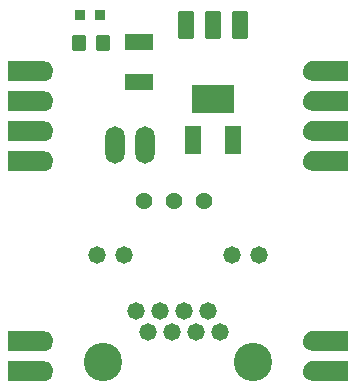
<source format=gbr>
%TF.GenerationSoftware,KiCad,Pcbnew,7.0.1*%
%TF.CreationDate,2023-03-30T17:35:48+09:00*%
%TF.ProjectId,CANFD_module,43414e46-445f-46d6-9f64-756c652e6b69,rev?*%
%TF.SameCoordinates,Original*%
%TF.FileFunction,Soldermask,Top*%
%TF.FilePolarity,Negative*%
%FSLAX46Y46*%
G04 Gerber Fmt 4.6, Leading zero omitted, Abs format (unit mm)*
G04 Created by KiCad (PCBNEW 7.0.1) date 2023-03-30 17:35:48*
%MOMM*%
%LPD*%
G01*
G04 APERTURE LIST*
G04 Aperture macros list*
%AMRoundRect*
0 Rectangle with rounded corners*
0 $1 Rounding radius*
0 $2 $3 $4 $5 $6 $7 $8 $9 X,Y pos of 4 corners*
0 Add a 4 corners polygon primitive as box body*
4,1,4,$2,$3,$4,$5,$6,$7,$8,$9,$2,$3,0*
0 Add four circle primitives for the rounded corners*
1,1,$1+$1,$2,$3*
1,1,$1+$1,$4,$5*
1,1,$1+$1,$6,$7*
1,1,$1+$1,$8,$9*
0 Add four rect primitives between the rounded corners*
20,1,$1+$1,$2,$3,$4,$5,0*
20,1,$1+$1,$4,$5,$6,$7,0*
20,1,$1+$1,$6,$7,$8,$9,0*
20,1,$1+$1,$8,$9,$2,$3,0*%
G04 Aperture macros list end*
%ADD10C,1.627000*%
%ADD11RoundRect,0.063500X-0.600000X-1.150000X0.600000X-1.150000X0.600000X1.150000X-0.600000X1.150000X0*%
%ADD12RoundRect,0.063500X0.600000X1.100000X-0.600000X1.100000X-0.600000X-1.100000X0.600000X-1.100000X0*%
%ADD13RoundRect,0.063500X1.750000X1.100000X-1.750000X1.100000X-1.750000X-1.100000X1.750000X-1.100000X0*%
%ADD14RoundRect,0.063500X-0.500000X-0.600000X0.500000X-0.600000X0.500000X0.600000X-0.500000X0.600000X0*%
%ADD15C,1.427000*%
%ADD16C,3.250000*%
%ADD17C,1.477000*%
%ADD18RoundRect,0.063500X0.400000X-0.400000X0.400000X0.400000X-0.400000X0.400000X-0.400000X-0.400000X0*%
%ADD19RoundRect,0.063500X-1.150000X0.600000X-1.150000X-0.600000X1.150000X-0.600000X1.150000X0.600000X0*%
%ADD20O,1.651000X3.175000*%
G04 APERTURE END LIST*
%TO.C,JP5*%
G36*
X137442856Y-118613318D02*
G01*
X137609734Y-118718175D01*
X137746525Y-118854966D01*
X137849449Y-119018767D01*
X137913342Y-119201363D01*
X137935409Y-119397211D01*
X137851382Y-119765356D01*
X137746525Y-119932234D01*
X137609734Y-120069025D01*
X137445933Y-120171949D01*
X137263337Y-120235842D01*
X137074666Y-120257100D01*
X134127600Y-120257100D01*
X134127600Y-118530100D01*
X137078255Y-118530100D01*
X137442856Y-118613318D01*
G37*
G36*
X137442856Y-116073318D02*
G01*
X137609734Y-116178175D01*
X137746525Y-116314966D01*
X137849449Y-116478767D01*
X137913342Y-116661363D01*
X137935409Y-116857211D01*
X137851382Y-117225356D01*
X137746525Y-117392234D01*
X137609734Y-117529025D01*
X137445933Y-117631949D01*
X137263337Y-117695842D01*
X137074666Y-117717100D01*
X134127600Y-117717100D01*
X134127600Y-115990100D01*
X137078255Y-115990100D01*
X137442856Y-116073318D01*
G37*
%TO.C,JP2*%
G36*
X162874600Y-94857100D02*
G01*
X159923945Y-94857100D01*
X159559344Y-94773882D01*
X159392466Y-94669025D01*
X159255675Y-94532234D01*
X159152751Y-94368433D01*
X159088858Y-94185837D01*
X159066791Y-93989989D01*
X159150818Y-93621844D01*
X159255675Y-93454966D01*
X159392466Y-93318175D01*
X159556267Y-93215251D01*
X159738863Y-93151358D01*
X159927534Y-93130100D01*
X162874600Y-93130100D01*
X162874600Y-94857100D01*
G37*
G36*
X162874600Y-97397100D02*
G01*
X159923945Y-97397100D01*
X159559344Y-97313882D01*
X159392466Y-97209025D01*
X159255675Y-97072234D01*
X159152751Y-96908433D01*
X159088858Y-96725837D01*
X159066791Y-96529989D01*
X159150818Y-96161844D01*
X159255675Y-95994966D01*
X159392466Y-95858175D01*
X159556267Y-95755251D01*
X159738863Y-95691358D01*
X159927534Y-95670100D01*
X162874600Y-95670100D01*
X162874600Y-97397100D01*
G37*
G36*
X162874600Y-99937100D02*
G01*
X159923945Y-99937100D01*
X159559344Y-99853882D01*
X159392466Y-99749025D01*
X159255675Y-99612234D01*
X159152751Y-99448433D01*
X159088858Y-99265837D01*
X159066791Y-99069989D01*
X159150818Y-98701844D01*
X159255675Y-98534966D01*
X159392466Y-98398175D01*
X159556267Y-98295251D01*
X159738863Y-98231358D01*
X159927534Y-98210100D01*
X162874600Y-98210100D01*
X162874600Y-99937100D01*
G37*
G36*
X162874600Y-102477100D02*
G01*
X159923945Y-102477100D01*
X159559344Y-102393882D01*
X159392466Y-102289025D01*
X159255675Y-102152234D01*
X159152751Y-101988433D01*
X159088858Y-101805837D01*
X159066791Y-101609989D01*
X159150818Y-101241844D01*
X159255675Y-101074966D01*
X159392466Y-100938175D01*
X159556267Y-100835251D01*
X159738863Y-100771358D01*
X159927534Y-100750100D01*
X162874600Y-100750100D01*
X162874600Y-102477100D01*
G37*
%TO.C,JP3*%
G36*
X137442856Y-100833318D02*
G01*
X137609734Y-100938175D01*
X137746525Y-101074966D01*
X137849449Y-101238767D01*
X137913342Y-101421363D01*
X137935409Y-101617211D01*
X137851382Y-101985356D01*
X137746525Y-102152234D01*
X137609734Y-102289025D01*
X137445933Y-102391949D01*
X137263337Y-102455842D01*
X137074666Y-102477100D01*
X134127600Y-102477100D01*
X134127600Y-100750100D01*
X137078255Y-100750100D01*
X137442856Y-100833318D01*
G37*
G36*
X137442856Y-98293318D02*
G01*
X137609734Y-98398175D01*
X137746525Y-98534966D01*
X137849449Y-98698767D01*
X137913342Y-98881363D01*
X137935409Y-99077211D01*
X137851382Y-99445356D01*
X137746525Y-99612234D01*
X137609734Y-99749025D01*
X137445933Y-99851949D01*
X137263337Y-99915842D01*
X137074666Y-99937100D01*
X134127600Y-99937100D01*
X134127600Y-98210100D01*
X137078255Y-98210100D01*
X137442856Y-98293318D01*
G37*
G36*
X137442856Y-95753318D02*
G01*
X137609734Y-95858175D01*
X137746525Y-95994966D01*
X137849449Y-96158767D01*
X137913342Y-96341363D01*
X137935409Y-96537211D01*
X137851382Y-96905356D01*
X137746525Y-97072234D01*
X137609734Y-97209025D01*
X137445933Y-97311949D01*
X137263337Y-97375842D01*
X137074666Y-97397100D01*
X134127600Y-97397100D01*
X134127600Y-95670100D01*
X137078255Y-95670100D01*
X137442856Y-95753318D01*
G37*
G36*
X137442856Y-93213318D02*
G01*
X137609734Y-93318175D01*
X137746525Y-93454966D01*
X137849449Y-93618767D01*
X137913342Y-93801363D01*
X137935409Y-93997211D01*
X137851382Y-94365356D01*
X137746525Y-94532234D01*
X137609734Y-94669025D01*
X137445933Y-94771949D01*
X137263337Y-94835842D01*
X137074666Y-94857100D01*
X134127600Y-94857100D01*
X134127600Y-93130100D01*
X137078255Y-93130100D01*
X137442856Y-93213318D01*
G37*
%TO.C,JP4*%
G36*
X162874600Y-117717100D02*
G01*
X159923945Y-117717100D01*
X159559344Y-117633882D01*
X159392466Y-117529025D01*
X159255675Y-117392234D01*
X159152751Y-117228433D01*
X159088858Y-117045837D01*
X159066791Y-116849989D01*
X159150818Y-116481844D01*
X159255675Y-116314966D01*
X159392466Y-116178175D01*
X159556267Y-116075251D01*
X159738863Y-116011358D01*
X159927534Y-115990100D01*
X162874600Y-115990100D01*
X162874600Y-117717100D01*
G37*
G36*
X162874600Y-120257100D02*
G01*
X159923945Y-120257100D01*
X159559344Y-120173882D01*
X159392466Y-120069025D01*
X159255675Y-119932234D01*
X159152751Y-119768433D01*
X159088858Y-119585837D01*
X159066791Y-119389989D01*
X159150818Y-119021844D01*
X159255675Y-118854966D01*
X159392466Y-118718175D01*
X159556267Y-118615251D01*
X159738863Y-118551358D01*
X159927534Y-118530100D01*
X162874600Y-118530100D01*
X162874600Y-120257100D01*
G37*
%TD*%
D10*
%TO.C,JP5*%
X137071100Y-119393600D03*
X135461100Y-119393600D03*
X137071100Y-116853600D03*
X135461100Y-116853600D03*
%TD*%
D11*
%TO.C,C9*%
X149761100Y-99803600D03*
X153161100Y-99803600D03*
%TD*%
D10*
%TO.C,JP2*%
X159931100Y-93993600D03*
X161541100Y-93993600D03*
X159931100Y-96533600D03*
X161541100Y-96533600D03*
X159931100Y-99073600D03*
X161541100Y-99073600D03*
X159931100Y-101613600D03*
X161541100Y-101613600D03*
%TD*%
D12*
%TO.C,U3*%
X153761100Y-90103600D03*
X149161100Y-90103600D03*
X151461100Y-90103600D03*
D13*
X151461100Y-96303600D03*
%TD*%
D14*
%TO.C,R7*%
X140122400Y-91643200D03*
X142122400Y-91643200D03*
%TD*%
D10*
%TO.C,JP3*%
X137071100Y-101613600D03*
X135461100Y-101613600D03*
X137071100Y-99073600D03*
X135461100Y-99073600D03*
X137071100Y-96533600D03*
X135461100Y-96533600D03*
X137071100Y-93993600D03*
X135461100Y-93993600D03*
%TD*%
D15*
%TO.C,SW1*%
X148161100Y-104953600D03*
X150701100Y-104953600D03*
X145621100Y-104953600D03*
%TD*%
D16*
%TO.C,RJ45_1*%
X142151100Y-118653600D03*
X154851100Y-118653600D03*
D17*
X152071100Y-116113600D03*
X151051100Y-114333600D03*
X150031100Y-116113600D03*
X149011100Y-114333600D03*
X147991100Y-116113600D03*
X146971100Y-114333600D03*
X145951100Y-116113600D03*
X144931100Y-114333600D03*
X141641100Y-109513600D03*
X143931100Y-109513600D03*
X153071100Y-109513600D03*
X155361100Y-109513600D03*
%TD*%
D10*
%TO.C,JP4*%
X159931100Y-116853600D03*
X161541100Y-116853600D03*
X159931100Y-119393600D03*
X161541100Y-119393600D03*
%TD*%
D18*
%TO.C,POWER*%
X140221100Y-89204800D03*
X141871100Y-89204800D03*
%TD*%
D19*
%TO.C,C6*%
X145211100Y-91503600D03*
X145211100Y-94903600D03*
%TD*%
D20*
%TO.C,JP1*%
X143154400Y-100279200D03*
X145694400Y-100279200D03*
%TD*%
M02*

</source>
